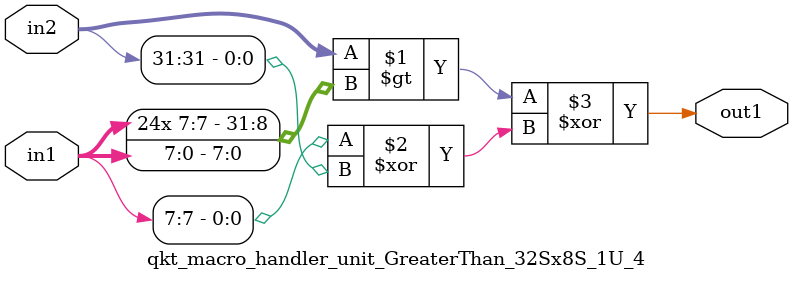
<source format=v>

`timescale 1ps / 1ps


module qkt_macro_handler_unit_GreaterThan_32Sx8S_1U_4( in2, in1, out1 );

    input [31:0] in2;
    input [7:0] in1;
    output out1;

    
    // rtl_process:qkv_macro_handler_unit_GreaterThan_32Sx8S_1U_4/qkv_macro_handler_unit_GreaterThan_32Sx8S_1U_4_thread_1
    assign out1 = (in2 > {{ 24 {in1[7]}}, in1} ^ (in1[7] ^ in2[31]));

endmodule





</source>
